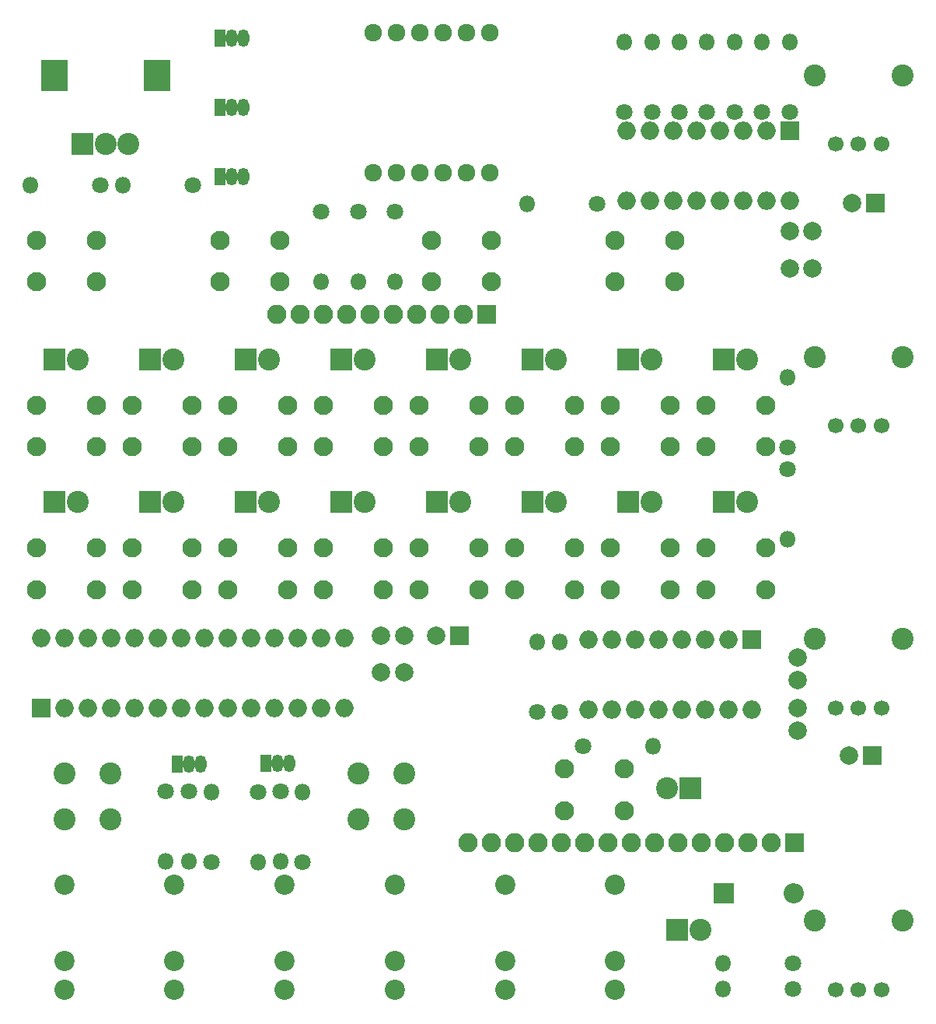
<source format=gbs>
G04 #@! TF.GenerationSoftware,KiCad,Pcbnew,(5.0.0)*
G04 #@! TF.CreationDate,2019-04-03T17:17:35-07:00*
G04 #@! TF.ProjectId,kicad-control-board,6B696361642D636F6E74726F6C2D626F,rev?*
G04 #@! TF.SameCoordinates,Original*
G04 #@! TF.FileFunction,Soldermask,Bot*
G04 #@! TF.FilePolarity,Negative*
%FSLAX46Y46*%
G04 Gerber Fmt 4.6, Leading zero omitted, Abs format (unit mm)*
G04 Created by KiCad (PCBNEW (5.0.0)) date 04/03/19 17:17:35*
%MOMM*%
%LPD*%
G01*
G04 APERTURE LIST*
%ADD10C,1.924000*%
%ADD11O,2.000000X2.000000*%
%ADD12R,2.000000X2.000000*%
%ADD13O,2.100000X2.100000*%
%ADD14R,2.100000X2.100000*%
%ADD15O,1.800000X1.800000*%
%ADD16C,1.800000*%
%ADD17C,2.000000*%
%ADD18R,2.900000X3.400000*%
%ADD19C,2.400000*%
%ADD20R,2.400000X2.400000*%
%ADD21C,2.100000*%
%ADD22O,2.200000X2.200000*%
%ADD23R,2.200000X2.200000*%
%ADD24C,2.200000*%
%ADD25R,1.300000X1.900000*%
%ADD26O,1.300000X1.900000*%
%ADD27C,1.700000*%
G04 APERTURE END LIST*
D10*
G04 #@! TO.C,J3*
X52150000Y-30620000D03*
X54690000Y-30620000D03*
X57230000Y-30620000D03*
X59770000Y-30620000D03*
X62310000Y-30620000D03*
X64850000Y-30620000D03*
X64850000Y-15380000D03*
X62310000Y-15380000D03*
X59770000Y-15380000D03*
X57230000Y-15380000D03*
X54690000Y-15380000D03*
X52150000Y-15380000D03*
G04 #@! TD*
D11*
G04 #@! TO.C,U2*
X16000000Y-81280000D03*
X49020000Y-88900000D03*
X18540000Y-81280000D03*
X46480000Y-88900000D03*
X21080000Y-81280000D03*
X43940000Y-88900000D03*
X23620000Y-81280000D03*
X41400000Y-88900000D03*
X26160000Y-81280000D03*
X38860000Y-88900000D03*
X28700000Y-81280000D03*
X36320000Y-88900000D03*
X31240000Y-81280000D03*
X33780000Y-88900000D03*
X33780000Y-81280000D03*
X31240000Y-88900000D03*
X36320000Y-81280000D03*
X28700000Y-88900000D03*
X38860000Y-81280000D03*
X26160000Y-88900000D03*
X41400000Y-81280000D03*
X23620000Y-88900000D03*
X43940000Y-81280000D03*
X21080000Y-88900000D03*
X46480000Y-81280000D03*
X18540000Y-88900000D03*
X49020000Y-81280000D03*
D12*
X16000000Y-88900000D03*
G04 #@! TD*
D13*
G04 #@! TO.C,J2*
X62440000Y-103500000D03*
X64980000Y-103500000D03*
X67520000Y-103500000D03*
X70060000Y-103500000D03*
X72600000Y-103500000D03*
X75140000Y-103500000D03*
X77680000Y-103500000D03*
X80220000Y-103500000D03*
X82760000Y-103500000D03*
X85300000Y-103500000D03*
X87840000Y-103500000D03*
X90380000Y-103500000D03*
X92920000Y-103500000D03*
X95460000Y-103500000D03*
D14*
X98000000Y-103500000D03*
G04 #@! TD*
D15*
G04 #@! TO.C,R23*
X39600000Y-105620000D03*
D16*
X39600000Y-98000000D03*
G04 #@! TD*
D17*
G04 #@! TO.C,C1*
X59000000Y-81000000D03*
D12*
X61500000Y-81000000D03*
G04 #@! TD*
D18*
G04 #@! TO.C,SW3*
X28600000Y-20000000D03*
X17400000Y-20000000D03*
D19*
X25500000Y-27500000D03*
X23000000Y-27500000D03*
D20*
X20500000Y-27500000D03*
G04 #@! TD*
D21*
G04 #@! TO.C,S9*
X15500000Y-71450000D03*
X22000000Y-71450000D03*
X15500000Y-75950000D03*
X22000000Y-75950000D03*
G04 #@! TD*
D16*
G04 #@! TO.C,R14*
X54500000Y-34850000D03*
D15*
X54500000Y-42470000D03*
G04 #@! TD*
G04 #@! TO.C,R15*
X50500000Y-42470000D03*
D16*
X50500000Y-34850000D03*
G04 #@! TD*
G04 #@! TO.C,R16*
X46500000Y-34850000D03*
D15*
X46500000Y-42470000D03*
G04 #@! TD*
G04 #@! TO.C,R17*
X82620000Y-93000000D03*
D16*
X75000000Y-93000000D03*
G04 #@! TD*
G04 #@! TO.C,R19*
X34550000Y-105600000D03*
D15*
X34550000Y-97980000D03*
G04 #@! TD*
G04 #@! TO.C,R21*
X32050000Y-105570000D03*
D16*
X32050000Y-97950000D03*
G04 #@! TD*
G04 #@! TO.C,R26*
X32500000Y-32000000D03*
D15*
X24880000Y-32000000D03*
G04 #@! TD*
D16*
G04 #@! TO.C,R24*
X42050000Y-97950000D03*
D15*
X42050000Y-105570000D03*
G04 #@! TD*
G04 #@! TO.C,R25*
X14830000Y-32000000D03*
D16*
X22450000Y-32000000D03*
G04 #@! TD*
G04 #@! TO.C,R18*
X97900000Y-116600000D03*
D15*
X90280000Y-116600000D03*
G04 #@! TD*
G04 #@! TO.C,R13*
X90280000Y-119400000D03*
D16*
X97900000Y-119400000D03*
G04 #@! TD*
G04 #@! TO.C,R22*
X44450000Y-105600000D03*
D15*
X44450000Y-97980000D03*
G04 #@! TD*
G04 #@! TO.C,R1*
X97300000Y-52880000D03*
D16*
X97300000Y-60500000D03*
G04 #@! TD*
G04 #@! TO.C,R2*
X97300000Y-62900000D03*
D15*
X97300000Y-70520000D03*
G04 #@! TD*
G04 #@! TO.C,R3*
X70000000Y-81630000D03*
D16*
X70000000Y-89250000D03*
G04 #@! TD*
G04 #@! TO.C,R4*
X72500000Y-89250000D03*
D15*
X72500000Y-81630000D03*
G04 #@! TD*
G04 #@! TO.C,R5*
X68880000Y-34000000D03*
D16*
X76500000Y-34000000D03*
G04 #@! TD*
G04 #@! TO.C,R12*
X79500000Y-24000000D03*
D15*
X79500000Y-16380000D03*
G04 #@! TD*
G04 #@! TO.C,R8*
X91500000Y-16380000D03*
D16*
X91500000Y-24000000D03*
G04 #@! TD*
G04 #@! TO.C,R9*
X88500000Y-24000000D03*
D15*
X88500000Y-16380000D03*
G04 #@! TD*
G04 #@! TO.C,R10*
X85500000Y-16380000D03*
D16*
X85500000Y-24000000D03*
G04 #@! TD*
G04 #@! TO.C,R11*
X82500000Y-24000000D03*
D15*
X82500000Y-16380000D03*
G04 #@! TD*
G04 #@! TO.C,R20*
X29500000Y-105570000D03*
D16*
X29500000Y-97950000D03*
G04 #@! TD*
G04 #@! TO.C,R6*
X97500000Y-24000000D03*
D15*
X97500000Y-16380000D03*
G04 #@! TD*
G04 #@! TO.C,R7*
X94500000Y-16380000D03*
D16*
X94500000Y-24000000D03*
G04 #@! TD*
D17*
G04 #@! TO.C,C2*
X98400000Y-91325000D03*
X98400000Y-88825000D03*
G04 #@! TD*
G04 #@! TO.C,C3*
X100000000Y-37000000D03*
X97500000Y-37000000D03*
G04 #@! TD*
G04 #@! TO.C,C4*
X104000000Y-94000000D03*
D12*
X106500000Y-94000000D03*
G04 #@! TD*
D17*
G04 #@! TO.C,C5*
X55500000Y-85000000D03*
X53000000Y-85000000D03*
G04 #@! TD*
G04 #@! TO.C,C6*
X53000000Y-81000000D03*
X55500000Y-81000000D03*
G04 #@! TD*
G04 #@! TO.C,C7*
X104300000Y-33950000D03*
D12*
X106800000Y-33950000D03*
G04 #@! TD*
D17*
G04 #@! TO.C,C8*
X100000000Y-41000000D03*
X97500000Y-41000000D03*
G04 #@! TD*
G04 #@! TO.C,C9*
X98400000Y-85825000D03*
X98400000Y-83325000D03*
G04 #@! TD*
D20*
G04 #@! TO.C,D1*
X17430000Y-50950000D03*
D19*
X19970000Y-50950000D03*
G04 #@! TD*
D20*
G04 #@! TO.C,D2*
X27846326Y-50950000D03*
D19*
X30386326Y-50950000D03*
G04 #@! TD*
G04 #@! TO.C,D3*
X40802652Y-50950000D03*
D20*
X38262652Y-50950000D03*
G04 #@! TD*
D19*
G04 #@! TO.C,D4*
X51218978Y-50950000D03*
D20*
X48678978Y-50950000D03*
G04 #@! TD*
G04 #@! TO.C,D5*
X90344284Y-50950000D03*
D19*
X92884284Y-50950000D03*
G04 #@! TD*
D20*
G04 #@! TO.C,D6*
X79927956Y-50950000D03*
D19*
X82467956Y-50950000D03*
G04 #@! TD*
D20*
G04 #@! TO.C,D7*
X69511630Y-50950000D03*
D19*
X72051630Y-50950000D03*
G04 #@! TD*
D20*
G04 #@! TO.C,D8*
X59095304Y-50950000D03*
D19*
X61635304Y-50950000D03*
G04 #@! TD*
D20*
G04 #@! TO.C,D9*
X17430000Y-66450000D03*
D19*
X19970000Y-66450000D03*
G04 #@! TD*
D20*
G04 #@! TO.C,D10*
X27846326Y-66450000D03*
D19*
X30386326Y-66450000D03*
G04 #@! TD*
D20*
G04 #@! TO.C,D11*
X38262652Y-66450000D03*
D19*
X40802652Y-66450000D03*
G04 #@! TD*
D20*
G04 #@! TO.C,D12*
X48678978Y-66450000D03*
D19*
X51218978Y-66450000D03*
G04 #@! TD*
G04 #@! TO.C,D13*
X92884284Y-66450000D03*
D20*
X90344284Y-66450000D03*
G04 #@! TD*
D19*
G04 #@! TO.C,D14*
X82467956Y-66450000D03*
D20*
X79927956Y-66450000D03*
G04 #@! TD*
G04 #@! TO.C,D15*
X69511630Y-66450000D03*
D19*
X72051630Y-66450000D03*
G04 #@! TD*
D20*
G04 #@! TO.C,D16*
X59095304Y-66450000D03*
D19*
X61635304Y-66450000D03*
G04 #@! TD*
D20*
G04 #@! TO.C,D17*
X85230000Y-113000000D03*
D19*
X87770000Y-113000000D03*
G04 #@! TD*
G04 #@! TO.C,D18*
X84180000Y-97600000D03*
D20*
X86720000Y-97600000D03*
G04 #@! TD*
D22*
G04 #@! TO.C,D19*
X97970000Y-109000000D03*
D23*
X90350000Y-109000000D03*
G04 #@! TD*
D14*
G04 #@! TO.C,J1*
X64500000Y-46000000D03*
D13*
X61960000Y-46000000D03*
X59420000Y-46000000D03*
X56880000Y-46000000D03*
X54340000Y-46000000D03*
X51800000Y-46000000D03*
X49260000Y-46000000D03*
X46720000Y-46000000D03*
X44180000Y-46000000D03*
X41640000Y-46000000D03*
G04 #@! TD*
D24*
G04 #@! TO.C,J4*
X78500000Y-108080000D03*
X78500000Y-119480000D03*
X78500000Y-116380000D03*
G04 #@! TD*
G04 #@! TO.C,J5*
X66500000Y-108080000D03*
X66500000Y-119480000D03*
X66500000Y-116380000D03*
G04 #@! TD*
G04 #@! TO.C,J6*
X18500000Y-116380000D03*
X18500000Y-119480000D03*
X18500000Y-108080000D03*
G04 #@! TD*
G04 #@! TO.C,J7*
X54500000Y-116380000D03*
X54500000Y-119480000D03*
X54500000Y-108080000D03*
G04 #@! TD*
G04 #@! TO.C,J8*
X42500000Y-116380000D03*
X42500000Y-119480000D03*
X42500000Y-108080000D03*
G04 #@! TD*
G04 #@! TO.C,J9*
X30500000Y-108080000D03*
X30500000Y-119480000D03*
X30500000Y-116380000D03*
G04 #@! TD*
D25*
G04 #@! TO.C,Q1*
X35500000Y-16000000D03*
D26*
X38040000Y-16000000D03*
X36770000Y-16000000D03*
G04 #@! TD*
G04 #@! TO.C,Q2*
X36770000Y-23500000D03*
X38040000Y-23500000D03*
D25*
X35500000Y-23500000D03*
G04 #@! TD*
G04 #@! TO.C,Q3*
X35500000Y-31000000D03*
D26*
X38040000Y-31000000D03*
X36770000Y-31000000D03*
G04 #@! TD*
D25*
G04 #@! TO.C,Q4*
X30800000Y-94950000D03*
D26*
X33340000Y-94950000D03*
X32070000Y-94950000D03*
G04 #@! TD*
G04 #@! TO.C,Q5*
X41720000Y-94850000D03*
X42990000Y-94850000D03*
D25*
X40450000Y-94850000D03*
G04 #@! TD*
D19*
G04 #@! TO.C,RV1*
X109800000Y-20000000D03*
X100200000Y-20000000D03*
D27*
X107500000Y-27500000D03*
X105000000Y-27500000D03*
X102500000Y-27500000D03*
G04 #@! TD*
G04 #@! TO.C,RV2*
X102500000Y-58166666D03*
X105000000Y-58166666D03*
X107500000Y-58166666D03*
D19*
X100200000Y-50666666D03*
X109800000Y-50666666D03*
G04 #@! TD*
G04 #@! TO.C,RV3*
X109800000Y-81333332D03*
X100200000Y-81333332D03*
D27*
X107500000Y-88833332D03*
X105000000Y-88833332D03*
X102500000Y-88833332D03*
G04 #@! TD*
G04 #@! TO.C,RV4*
X102500000Y-119500000D03*
X105000000Y-119500000D03*
X107500000Y-119500000D03*
D19*
X100200000Y-112000000D03*
X109800000Y-112000000D03*
G04 #@! TD*
D21*
G04 #@! TO.C,S1*
X22000000Y-60450000D03*
X15500000Y-60450000D03*
X22000000Y-55950000D03*
X15500000Y-55950000D03*
G04 #@! TD*
G04 #@! TO.C,S2*
X25916326Y-55950000D03*
X32416326Y-55950000D03*
X25916326Y-60450000D03*
X32416326Y-60450000D03*
G04 #@! TD*
G04 #@! TO.C,S3*
X42832652Y-60450000D03*
X36332652Y-60450000D03*
X42832652Y-55950000D03*
X36332652Y-55950000D03*
G04 #@! TD*
G04 #@! TO.C,S4*
X53248978Y-60450000D03*
X46748978Y-60450000D03*
X53248978Y-55950000D03*
X46748978Y-55950000D03*
G04 #@! TD*
G04 #@! TO.C,S5*
X88414284Y-55950000D03*
X94914284Y-55950000D03*
X88414284Y-60450000D03*
X94914284Y-60450000D03*
G04 #@! TD*
G04 #@! TO.C,S6*
X77997956Y-55950000D03*
X84497956Y-55950000D03*
X77997956Y-60450000D03*
X84497956Y-60450000D03*
G04 #@! TD*
G04 #@! TO.C,S7*
X74081630Y-60450000D03*
X67581630Y-60450000D03*
X74081630Y-55950000D03*
X67581630Y-55950000D03*
G04 #@! TD*
G04 #@! TO.C,S8*
X57165304Y-55950000D03*
X63665304Y-55950000D03*
X57165304Y-60450000D03*
X63665304Y-60450000D03*
G04 #@! TD*
G04 #@! TO.C,S10*
X32416326Y-75950000D03*
X25916326Y-75950000D03*
X32416326Y-71450000D03*
X25916326Y-71450000D03*
G04 #@! TD*
G04 #@! TO.C,S11*
X36332652Y-71450000D03*
X42832652Y-71450000D03*
X36332652Y-75950000D03*
X42832652Y-75950000D03*
G04 #@! TD*
G04 #@! TO.C,S12*
X46748978Y-71450000D03*
X53248978Y-71450000D03*
X46748978Y-75950000D03*
X53248978Y-75950000D03*
G04 #@! TD*
G04 #@! TO.C,S13*
X94914284Y-75950000D03*
X88414284Y-75950000D03*
X94914284Y-71450000D03*
X88414284Y-71450000D03*
G04 #@! TD*
G04 #@! TO.C,S14*
X77997956Y-71450000D03*
X84497956Y-71450000D03*
X77997956Y-75950000D03*
X84497956Y-75950000D03*
G04 #@! TD*
G04 #@! TO.C,S15*
X74081630Y-75950000D03*
X67581630Y-75950000D03*
X74081630Y-71450000D03*
X67581630Y-71450000D03*
G04 #@! TD*
G04 #@! TO.C,S16*
X57165304Y-71450000D03*
X63665304Y-71450000D03*
X57165304Y-75950000D03*
X63665304Y-75950000D03*
G04 #@! TD*
G04 #@! TO.C,S17*
X35500000Y-38000000D03*
X42000000Y-38000000D03*
X35500000Y-42500000D03*
X42000000Y-42500000D03*
G04 #@! TD*
G04 #@! TO.C,S18*
X65000000Y-42500000D03*
X58500000Y-42500000D03*
X65000000Y-38000000D03*
X58500000Y-38000000D03*
G04 #@! TD*
G04 #@! TO.C,S19*
X85000000Y-42500000D03*
X78500000Y-42500000D03*
X85000000Y-38000000D03*
X78500000Y-38000000D03*
G04 #@! TD*
G04 #@! TO.C,S20*
X15500000Y-38000000D03*
X22000000Y-38000000D03*
X15500000Y-42500000D03*
X22000000Y-42500000D03*
G04 #@! TD*
G04 #@! TO.C,S21*
X73000000Y-95500000D03*
X79500000Y-95500000D03*
X73000000Y-100000000D03*
X79500000Y-100000000D03*
G04 #@! TD*
D19*
G04 #@! TO.C,SW1*
X18500000Y-96000000D03*
X23500000Y-96000000D03*
X23500000Y-101000000D03*
X18500000Y-101000000D03*
G04 #@! TD*
G04 #@! TO.C,SW2*
X50500000Y-101000000D03*
X55500000Y-101000000D03*
X55500000Y-96000000D03*
X50500000Y-96000000D03*
G04 #@! TD*
D11*
G04 #@! TO.C,U1*
X93400000Y-89020000D03*
X75620000Y-81400000D03*
X90860000Y-89020000D03*
X78160000Y-81400000D03*
X88320000Y-89020000D03*
X80700000Y-81400000D03*
X85780000Y-89020000D03*
X83240000Y-81400000D03*
X83240000Y-89020000D03*
X85780000Y-81400000D03*
X80700000Y-89020000D03*
X88320000Y-81400000D03*
X78160000Y-89020000D03*
X90860000Y-81400000D03*
X75620000Y-89020000D03*
D12*
X93400000Y-81400000D03*
G04 #@! TD*
G04 #@! TO.C,U3*
X97500000Y-26000000D03*
D11*
X79720000Y-33620000D03*
X94960000Y-26000000D03*
X82260000Y-33620000D03*
X92420000Y-26000000D03*
X84800000Y-33620000D03*
X89880000Y-26000000D03*
X87340000Y-33620000D03*
X87340000Y-26000000D03*
X89880000Y-33620000D03*
X84800000Y-26000000D03*
X92420000Y-33620000D03*
X82260000Y-26000000D03*
X94960000Y-33620000D03*
X79720000Y-26000000D03*
X97500000Y-33620000D03*
G04 #@! TD*
M02*

</source>
